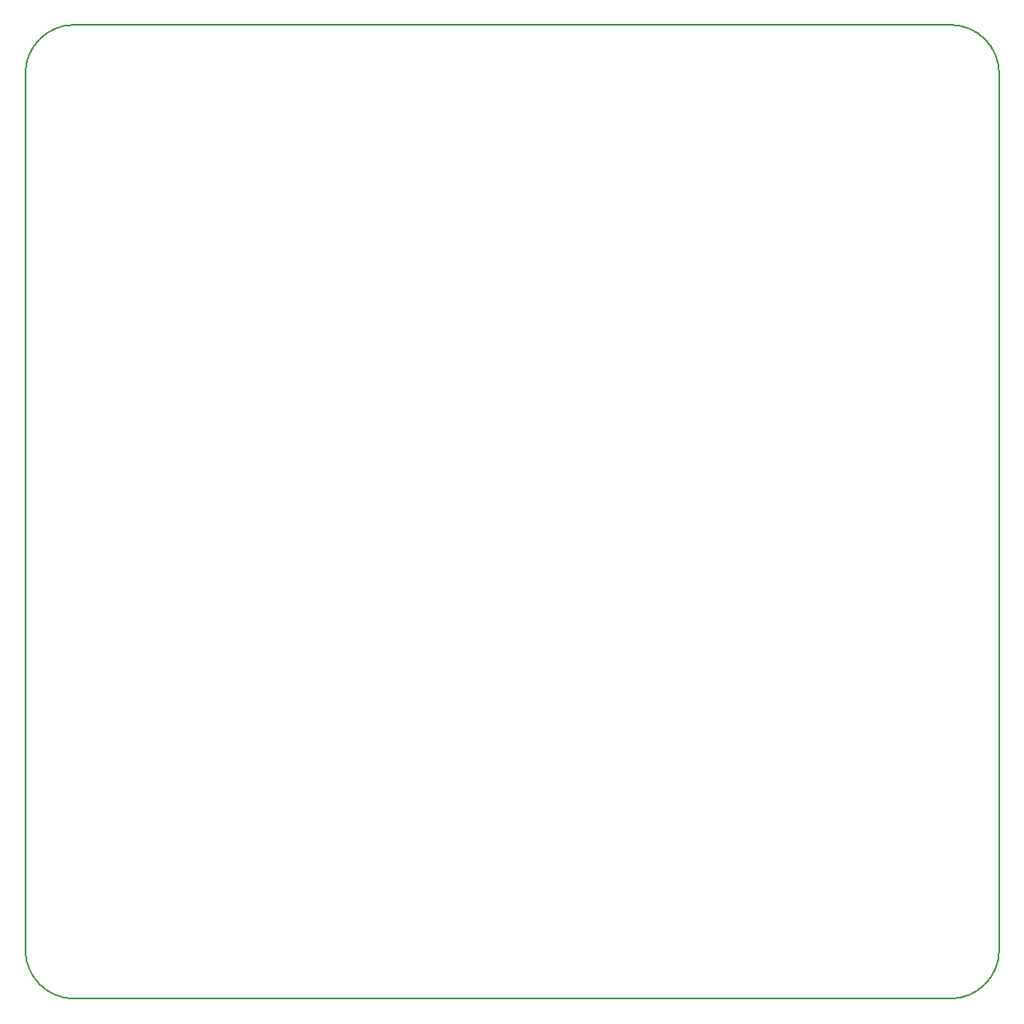
<source format=gbr>
%TF.GenerationSoftware,KiCad,Pcbnew,9.0.2*%
%TF.CreationDate,2025-12-13T10:39:55-05:00*%
%TF.ProjectId,Nif-T,4e69662d-542e-46b6-9963-61645f706362,rev?*%
%TF.SameCoordinates,Original*%
%TF.FileFunction,Profile,NP*%
%FSLAX46Y46*%
G04 Gerber Fmt 4.6, Leading zero omitted, Abs format (unit mm)*
G04 Created by KiCad (PCBNEW 9.0.2) date 2025-12-13 10:39:55*
%MOMM*%
%LPD*%
G01*
G04 APERTURE LIST*
%TA.AperFunction,Profile*%
%ADD10C,0.200000*%
%TD*%
G04 APERTURE END LIST*
D10*
X245000000Y-150000000D02*
X155000000Y-150000000D01*
X155000000Y-50000000D02*
X245000000Y-50000000D01*
X245000000Y-50000000D02*
G75*
G02*
X250000000Y-55000000I0J-5000000D01*
G01*
X155000000Y-150000000D02*
G75*
G02*
X150000000Y-145000000I0J5000000D01*
G01*
X150000000Y-145000000D02*
X150000000Y-55000000D01*
X250000000Y-145000000D02*
G75*
G02*
X245000000Y-150000000I-5000000J0D01*
G01*
X150000000Y-55000000D02*
G75*
G02*
X155000000Y-50000000I5000000J0D01*
G01*
X250000000Y-55000000D02*
X250000000Y-145000000D01*
M02*

</source>
